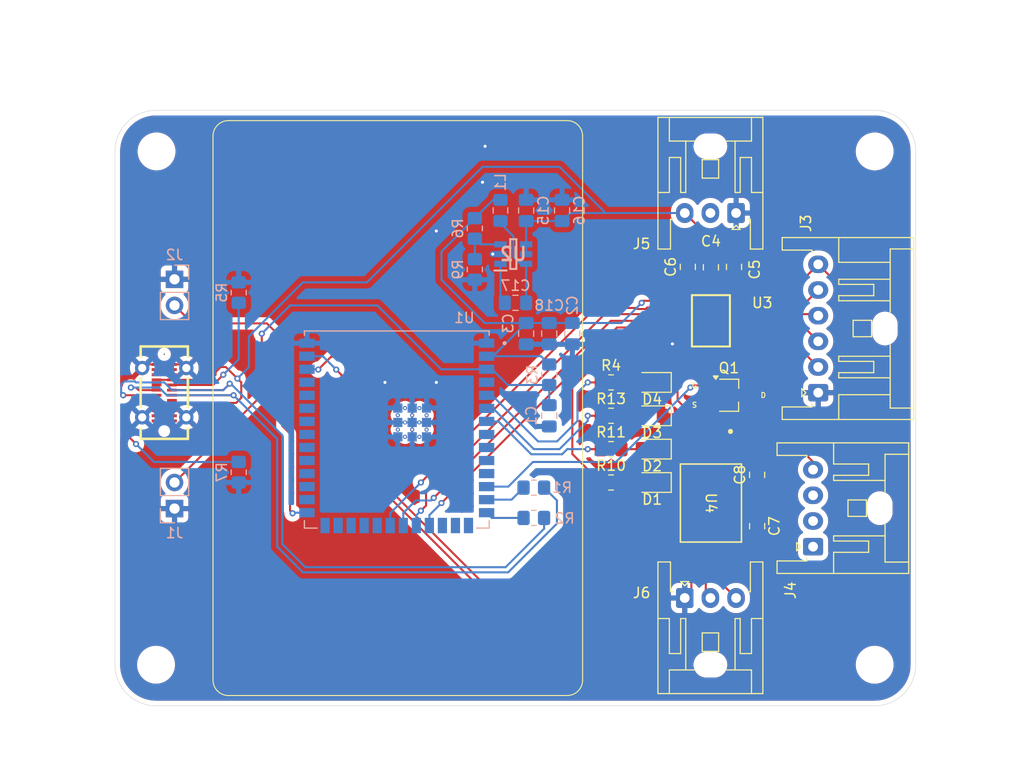
<source format=kicad_pcb>
(kicad_pcb (version 20241229) (generator "pcbnew") (generator_version "9.0")
  (layers (0 "F.Cu" signal) (2 "B.Cu" signal) (13 "F.Paste" user) (15 "B.Paste" user) (5 "F.SilkS" user "F.Silkscreen") (7 "B.SilkS" user "B.Silkscreen") (1 "F.Mask" user) (3 "B.Mask" user) (25 "Edge.Cuts" user))
  (net 0 "")
  (net 1 "Main_Reset")
  (net 2 "GND")
  (net 3 "+3V3")
  (net 4 "+5V")
  (net 5 "Net-(U2-CB)")
  (net 6 "Net-(U2-SW)")
  (net 7 "Net-(D1-A)")
  (net 8 "Net-(D2-A)")
  (net 9 "Net-(D3-A)")
  (net 10 "Net-(D4-A)")
  (net 11 "Net-(J2-Pin_2)")
  (net 12 "E_CS")
  (net 13 "E_MISO")
  (net 14 "E_MOSI")
  (net 15 "E_SCLK")
  (net 16 "NEUTRAL")
  (net 17 "SHIFT_DOWN")
  (net 18 "ECU")
  (net 19 "SHIFT_UP")
  (net 20 "PWM")
  (net 21 "CANL")
  (net 22 "CANH")
  (net 23 "FLATSHIFT")
  (net 24 "USBD-")
  (net 25 "Net-(U1-IO19)")
  (net 26 "USBD+")
  (net 27 "Net-(U1-IO20)")
  (net 28 "NEUTRAL_LED")
  (net 29 "Net-(U2-FB)")
  (net 30 "UP_LED")
  (net 31 "DOWN_LED")
  (net 32 "Net-(USB-C1-CC2)")
  (net 33 "Net-(USB-C1-CC1)")
  (net 42 "MOSI")
  (net 44 "TX")
  (net 45 "CAND")
  (net 47 "MISO")
  (net 50 "RX")
  (net 51 "SCLK")
  (net 56 "CANR")
  (net 57 "CS")
  (footprint "LED_SMD:LED_0805_2012Metric_Pad1.15x1.40mm_HandSolder" (layer "F.Cu") (at 112.275 117.25 180)
    (property "Reference" "D3")
    (property "Value" "BLUE LED")
  )
  (footprint "Resistor_SMD:R_0805_2012Metric_Pad1.20x1.40mm_HandSolder" (layer "F.Cu") (at 108.275 123.75)
    (property "Reference" "R10")
    (property "Value" "270R")
  )
  (footprint "CustomFootprints:ESC" (layer "F.Cu") (at 87.5 116.5 90)
    (property "Reference" "REF**" (hide yes))
    (property "Value" "ESC" (hide yes))
  )
  (footprint "Connector_JST:JST_XA_S06B-XASK-1_1x06_P2.50mm_Horizontal" (layer "F.Cu") (at 128.45 115 90)
    (property "Reference" "J3")
    (property "Value" "S06B-XASK-1")
  )
  (footprint "Connector_JST:JST_XA_S03B-XASK-1_1x03_P2.50mm_Horizontal" (layer "F.Cu") (at 120.45 97.5 180)
    (property "Reference" "J5")
    (property "Value" "S03B-XASK-1")
  )
  (footprint "CustomFootprints:USB-C" (layer "F.Cu") (at 64.75 115 90)
    (property "Reference" "USB-C1" (hide yes))
    (property "Value" "~" (hide yes))
  )
  (footprint "Resistor_SMD:R_0805_2012Metric_Pad1.20x1.40mm_HandSolder" (layer "F.Cu") (at 108.275 120.5)
    (property "Reference" "R11")
    (property "Value" "220R")
  )
  (footprint "Capacitor_SMD:C_0805_2012Metric_Pad1.18x1.45mm_HandSolder" (layer "F.Cu") (at 122.5 128 -90)
    (property "Reference" "C7")
    (property "Value" "0.1u")
  )
  (footprint "Connector_JST:JST_XA_S03B-XASK-1_1x03_P2.50mm_Horizontal" (layer "F.Cu") (at 115.45 135)
    (property "Reference" "J6")
    (property "Value" "S03B-XASK-1")
  )
  (footprint "LED_SMD:LED_0805_2012Metric_Pad1.15x1.40mm_HandSolder" (layer "F.Cu") (at 112.275 123.75 180)
    (property "Reference" "D1")
    (property "Value" "RED LED")
  )
  (footprint "Custom_MSM:Board_Small_Outer-Mounting" (layer "F.Cu") (at 98.95 116.5)
    (property "Reference" "REF**" (hide yes))
    (property "Value" "Board_Small_Outer-Mounting" (hide yes))
    (fp_line (start -39 25) (end -39 -25) (stroke (width 0.05)) (layer "Edge.Cuts"))
    (fp_line (start -35 -29) (end 35 -29) (stroke (width 0.05)) (layer "Edge.Cuts"))
    (fp_line (start 35 29) (end -35 29) (stroke (width 0.05)) (layer "Edge.Cuts"))
    (fp_line (start 39 -25) (end 39 25) (stroke (width 0.05)) (layer "Edge.Cuts"))
    (fp_arc (start -39 -25) (mid -37.828427 -27.828427) (end -35 -29) (stroke (width 0.05)) (layer "Edge.Cuts"))
    (fp_arc (start -35 29) (mid -37.828427 27.828427) (end -39 25) (stroke (width 0.05)) (layer "Edge.Cuts"))
    (fp_arc (start 35 -29) (mid 37.828427 -27.828427) (end 39 -25) (stroke (width 0.05)) (layer "Edge.Cuts"))
    (fp_arc (start 39 25) (mid 37.828427 27.828427) (end 35 29) (stroke (width 0.05)) (layer "Edge.Cuts"))
  )
  (footprint "LED_SMD:LED_0805_2012Metric_Pad1.15x1.40mm_HandSolder" (layer "F.Cu") (at 112.275 120.5 180)
    (property "Reference" "D2")
    (property "Value" "GREEN LED")
  )
  (footprint "CustomFootprints:DWV0008A-MFG" (layer "F.Cu") (at 118 125.75 -90)
    (property "Reference" "U4")
    (property "Value" "ISO1042BQDWVQ1" (hide yes))
  )
  (footprint "Resistor_SMD:R_0805_2012Metric_Pad1.20x1.40mm_HandSolder" (layer "F.Cu") (at 108.275 117.25)
    (property "Reference" "R13")
    (property "Value" "100R")
  )
  (footprint "Connector_JST:JST_XA_S04B-XASK-1_1x04_P2.50mm_Horizontal" (layer "F.Cu") (at 127.95 130 90)
    (property "Reference" "J4")
    (property "Value" "SO4B-XASK-1")
  )
  (footprint "Resistor_SMD:R_0805_2012Metric_Pad1.20x1.40mm_HandSolder" (layer "F.Cu") (at 108.275 114)
    (property "Reference" "R4")
    (property "Value" "270R")
  )
  (footprint "Capacitor_SMD:C_0805_2012Metric_Pad1.18x1.45mm_HandSolder" (layer "F.Cu") (at 122.5 123 90)
    (property "Reference" "C8")
    (property "Value" "0.1u")
  )
  (footprint "Capacitor_SMD:C_0805_2012Metric_Pad1.18x1.45mm_HandSolder" (layer "F.Cu") (at 118 102.7875 90)
    (property "Reference" "C4")
    (property "Value" "0.1u")
  )
  (footprint "CustomFootprints:SOP65P640X110-14N" (layer "F.Cu") (at 118 108)
    (property "Reference" "U3")
    (property "Value" "MAX3390EEUD_T")
  )
  (footprint "LED_SMD:LED_0805_2012Metric_Pad1.15x1.40mm_HandSolder" (layer "F.Cu") (at 112.275 114 180)
    (property "Reference" "D4")
    (property "Value" "RED LED")
  )
  (footprint "Capacitor_SMD:C_0805_2012Metric_Pad1.18x1.45mm_HandSolder" (layer "F.Cu") (at 115.75 102.75 90)
    (property "Reference" "C6")
    (property "Value" "0.1u")
  )
  (footprint "Capacitor_SMD:C_0805_2012Metric_Pad1.18x1.45mm_HandSolder" (layer "F.Cu") (at 120.25 102.75 90)
    (property "Reference" "C5")
    (property "Value" "1u")
  )
  (footprint "Custom_MSM:MOSFET_Single_SOT-23" (layer "F.Cu") (at 119.75 115.25)
    (property "Reference" "Q1")
    (property "Value" "BSS205N")
  )
  (footprint "Resistor_SMD:R_0805_2012Metric_Pad1.20x1.40mm_HandSolder" (layer "B.Cu") (at 72 122.75 -90)
    (property "Reference" "R7")
    (property "Value" "5k1")
  )
  (footprint "Connector_PinHeader_2.54mm:PinHeader_1x02_P2.54mm_Vertical" (layer "B.Cu") (at 65.75 103.96 180)
    (property "Reference" "J2")
    (property "Value" "BSEL")
  )
  (footprint "Resistor_SMD:R_0805_2012Metric_Pad1.20x1.40mm_HandSolder" (layer "B.Cu") (at 72 105.25 -90)
    (property "Reference" "R5")
    (property "Value" "5k1")
  )
  (footprint "Capacitor_SMD:C_0805_2012Metric_Pad1.18x1.45mm_HandSolder" (layer "B.Cu") (at 100 97.25 90)
    (property "Reference" "C15")
    (property "Value" "2.2u")
  )
  (footprint "CustomFootprints:SOT95P280X145-6N" (layer "B.Cu") (at 98.75 101.5)
    (property "Reference" "U2")
    (property "Value" "LMR50410Y3FQDBVRQ1" (hide yes))
  )
  (footprint "Capacitor_SMD:C_0805_2012Metric_Pad1.18x1.45mm_HandSolder" (layer "B.Cu") (at 102.25 117.25 90)
    (property "Reference" "C1")
    (property "Value" "1u")
  )
  (footprint "Capacitor_SMD:C_0805_2012Metric_Pad1.18x1.45mm_HandSolder" (layer "B.Cu") (at 103.5 97.25 90)
    (property "Reference" "C16")
    (property "Value" "100n")
  )
  (footprint "Inductor_SMD:L_0805_2012Metric_Pad1.15x1.40mm_HandSolder" (layer "B.Cu") (at 97.5 97.25 90)
    (property "Reference" "L1")
    (property "Value" "2.2u")
  )
  (footprint "Resistor_SMD:R_0805_2012Metric_Pad1.20x1.40mm_HandSolder" (layer "B.Cu") (at 100.75 127.2)
    (property "Reference" "R2")
    (property "Value" "27")
  )
  (footprint "Capacitor_SMD:C_0805_2012Metric_Pad1.18x1.45mm_HandSolder" (layer "B.Cu") (at 102.25 109.25 -90)
    (property "Reference" "C18")
    (property "Value" "10u")
  )
  (footprint "Resistor_SMD:R_0805_2012Metric_Pad1.20x1.40mm_HandSolder" (layer "B.Cu") (at 95 103 -90)
    (property "Reference" "R9")
    (property "Value" "22.1k")
  )
  (footprint "Resistor_SMD:R_0805_2012Metric_Pad1.20x1.40mm_HandSolder" (layer "B.Cu") (at 102.25 113.25 -90)
    (property "Reference" "R3")
    (property "Value" "10k")
  )
  (footprint "Resistor_SMD:R_0805_2012Metric_Pad1.20x1.40mm_HandSolder" (layer "B.Cu") (at 100.75 124.25)
    (property "Reference" "R1")
    (property "Value" "27")
  )
  (footprint "Resistor_SMD:R_0805_2012Metric_Pad1.20x1.40mm_HandSolder" (layer "B.Cu") (at 95 99 -90)
    (property "Reference" "R6")
    (property "Value" "51k")
  )
  (footprint "Capacitor_SMD:C_0805_2012Metric_Pad1.18x1.45mm_HandSolder" (layer "B.Cu") (at 104.5 109.25 90)
    (property "Reference" "C2")
    (property "Value" "22u")
  )
  (footprint "Connector_PinHeader_2.54mm:PinHeader_1x02_P2.54mm_Vertical" (layer "B.Cu") (at 65.75 126.29)
    (property "Reference" "J1")
    (property "Value" "RST")
  )
  (footprint "Capacitor_SMD:C_0805_2012Metric_Pad1.18x1.45mm_HandSolder" (layer "B.Cu") (at 100 109.25 90)
    (property "Reference" "C3")
    (property "Value" "0.1u")
  )
  (footprint "Capacitor_SMD:C_0805_2012Metric_Pad1.18x1.45mm_HandSolder" (layer "B.Cu") (at 98.9625 106.25 180)
    (property "Reference" "C17")
    (property "Value" "100n")
  )
  (footprint "CustomFootprints:XCVR_ESP32-S3-WROOM-1U-N4R2" (layer "B.Cu") (at 87.4 118.59 180)
    (property "Reference" "U1")
    (property "Value" "ESP32-S3-WROOM-1U-N4R2")
  )
  (segment (start 74.25 109.25) (end 74.25 115.25) (width 0.2) (layer "F.Cu") (net 1))
  (segment (start 74.25 115.25) (end 65.75 123.75) (width 0.2) (layer "F.Cu") (net 1))
  (via (at 74.25 109.25) (size 0.6) (drill 0.3) (layers "F.Cu" "B.Cu") (net 1))
  (segment (start 77 106.5) (end 74.25 109.25) (width 0.2) (layer "B.Cu") (net 1))
  (segment (start 98.212 114.25) (end 102.25 114.25) (width 0.2) (layer "B.Cu") (net 1))
  (segment (start 96.682 112.72) (end 98.212 114.25) (width 0.2) (layer "B.Cu") (net 1))
  (segment (start 102.25 116.2125) (end 102.25 114.25) (width 0.2) (layer "B.Cu") (net 1))
  (segment (start 96.15 112.72) (end 91.72 112.72) (width 0.2) (layer "B.Cu") (net 1))
  (segment (start 85.5 106.5) (end 77 106.5) (width 0.2) (layer "B.Cu") (net 1))
  (segment (start 96.15 112.72) (end 96.682 112.72) (width 0.2) (layer "B.Cu") (net 1))
  (segment (start 91.72 112.72) (end 85.5 106.5) (width 0.2) (layer "B.Cu") (net 1))
  (segment (start 116.095 131.199999) (end 116.095 134.355) (width 0.2) (layer "F.Cu") (net 2))
  (segment (start 62.95 112.25) (end 62.6 112.6) (width 0.2) (layer "F.Cu") (net 2))
  (segment (start 65.5 112.25) (end 66.55 112.25) (width 0.2) (layer "F.Cu") (net 2))
  (segment (start 66.55 112.25) (end 66.9 112.6) (width 0.2) (layer "F.Cu") (net 2))
  (segment (start 116.095 134.355) (end 115.45 135) (width 0.2) (layer "F.Cu") (net 2))
  (segment (start 64 112.25) (end 62.95 112.25) (width 0.2) (layer "F.Cu") (net 2))
  (segment (start 65.5 112.25) (end 64 112.25) (width 0.2) (layer "F.Cu") (net 2))
  (via (at 96.75 101.5) (size 0.6) (drill 0.3) (layers "F.Cu" "B.Cu") (net 2))
  (via (at 91.25 99.25) (size 0.6) (drill 0.3) (layers "F.Cu" "B.Cu") (net 2))
  (via (at 96 91) (size 0.6) (drill 0.3) (layers "F.Cu" "B.Cu") (net 2))
  (via (at 91.25 114) (size 0.6) (drill 0.3) (layers "F.Cu" "B.Cu") (net 2))
  (via (at 114.25 110.25) (size 0.6) (drill 0.3) (layers "F.Cu" "B.Cu") (net 2))
  (via (at 86.25 114) (size 0.6) (drill 0.3) (layers "F.Cu" "B.Cu") (net 2))
  (via (at 95.75 94.5) (size 0.6) (drill 0.3) (layers "F.Cu" "B.Cu") (net 2))
  (segment (start 88.9 116.5) (end 88.9 119.3) (width 0.2) (layer "B.Cu") (net 2))
  (segment (start 90.3 117.9) (end 87.5 117.9) (width 0.2) (layer "B.Cu") (net 2))
  (segment (start 119.905 119.700001) (end 118.204999 118) (width 0.2) (layer "F.Cu") (net 3))
  (segment (start 117 118) (end 114.75 115.75) (width 0.2) (layer "F.Cu") (net 3))
  (segment (start 122.5 121.9625) (end 121.567499 121.9625) (width 0.2) (layer "F.Cu") (net 3))
  (segment (start 116.25 111.25) (end 119.6 111.25) (width 0.2) (layer "F.Cu") (net 3))
  (segment (start 118.204999 118) (end 117 118) (width 0.2) (layer "F.Cu") (net 3))
  (segment (start 104.5 114.5) (end 107.75 111.25) (width 0.2) (layer "F.Cu") (net 3))
  (segment (start 107.75 111.25) (end 116.25 111.25) (width 0.2) (layer "F.Cu") (net 3))
  (segment (start 111.45 106.05) (end 111.25 106.25) (width 0.2) (layer "F.Cu") (net 3))
  (segment (start 107.275 123.75) (end 104.5 120.975) (width 0.2) (layer "F.Cu") (net 3))
  (segment (start 121.567499 121.9625) (end 119.905 120.300001) (width 0.2) (layer "F.Cu") (net 3))
  (segment (start 115.1 106.05) (end 111.45 106.05) (width 0.2) (layer "F.Cu") (net 3))
  (segment (start 115.75 105.4) (end 115.1 106.05) (width 0.2) (layer "F.Cu") (net 3))
  (segment (start 115.75 105.702) (end 119.998 109.95) (width 0.2) (layer "F.Cu") (net 3))
  (segment (start 104.5 120.975) (end 104.5 114.5) (width 0.2) (layer "F.Cu") (net 3))
  (segment (start 115.75 105.4) (end 115.75 105.702) (width 0.2) (layer "F.Cu") (net 3))
  (segment (start 114.75 112.75) (end 116.25 111.25) (width 0.2) (layer "F.Cu") (net 3))
  (segment (start 119.905 120.300001) (end 119.905 119.700001) (width 0.2) (layer "F.Cu") (net 3))
  (segment (start 119.6 111.25) (end 120.9 109.95) (width 0.2) (layer "F.Cu") (net 3))
  (segment (start 119.998 109.95) (end 120.9 109.95) (width 0.2) (layer "F.Cu") (net 3))
  (segment (start 115.75 103.7875) (end 115.75 105.4) (width 0.2) (layer "F.Cu") (net 3))
  (segment (start 114.75 115.75) (end 114.75 112.75) (width 0.2) (layer "F.Cu") (net 3))
  (via (at 111.25 106.25) (size 0.6) (drill 0.3) (layers "F.Cu" "B.Cu") (net 3))
  (segment (start 96.7625 111.45) (end 100 108.2125) (width 0.2) (layer "B.Cu") (net 3))
  (segment (start 96.775 96.225) (end 95 98) (width 0.2) (layer "B.Cu") (net 3))
  (segment (start 104.5 108.2125) (end 109.2875 108.2125) (width 0.2) (layer "B.Cu") (net 3))
  (segment (start 96.15 111.45) (end 96.7625 111.45) (width 0.2) (layer "B.Cu") (net 3))
  (segment (start 95 98) (end 91.75 101.25) (width 0.2) (layer "B.Cu") (net 3))
  (segment (start 97.5 96.225) (end 96.775 96.225) (width 0.2) (layer "B.Cu") (net 3))
  (segment (start 102.25 112.25) (end 101.45 111.45) (width 0.2) (layer "B.Cu") (net 3))
  (segment (start 91.75 104) (end 95.9625 108.2125) (width 0.2) (layer "B.Cu") (net 3))
  (segment (start 95.9625 108.2125) (end 104.5 108.2125) (width 0.2) (layer "B.Cu") (net 3))
  (segment (start 91.75 101.25) (end 91.75 104) (width 0.2) (layer "B.Cu") (net 3))
  (segment (start 109.2875 108.2125) (end 111.25 106.25) (width 0.2) (layer "B.Cu") (net 3))
  (segment (start 101.45 111.45) (end 96.15 111.45) (width 0.2) (layer "B.Cu") (net 3))
  (segment (start 72.25 115.5) (end 71.75 116) (width 0.2) (layer "F.Cu") (net 4))
  (segment (start 71.875 113.625) (end 72.25 114) (width 0.2) (layer "F.Cu") (net 4))
  (segment (start 69.75 113) (end 70.25 112.5) (width 0.2) (layer "F.Cu") (net 4))
  (segment (start 69.25 113.75) (end 69.75 113.25) (width 0.2) (layer "F.Cu") (net 4))
  (segment (start 64 116.25) (end 65.5 116.25) (width 0.2) (layer "F.Cu") (net 4))
  (segment (start 118 103.825) (end 120.2125 103.825) (width 0.2) (layer "F.Cu") (net 4))
  (segment (start 129.25 131.75) (end 131.25 129.75) (width 0.2) (layer "F.Cu") (net 4))
  (segment (start 72.25 114) (end 72.25 115.5) (width 0.2) (layer "F.Cu") (net 4))
  (segment (start 64 113.75) (end 65.5 113.75) (width 0.2) (layer "F.Cu") (net 4))
  (segment (start 125.2125 131.75) (end 129.25 131.75) (width 0.2) (layer "F.Cu") (net 4))
  (segment (start 131.25 105.3) (end 128.45 102.5) (width 0.2) (layer "F.Cu") (net 4))
  (segment (start 120.9625 100) (end 117.95 100) (width 0.2) (layer "F.Cu") (net 4))
  (segment (start 70.25 112.5) (end 70.75 112.5) (width 0.2) (layer "F.Cu") (net 4))
  (segment (start 120.25 105.4) (end 120.9 106.05) (width 0.2) (layer "F.Cu") (net 4))
  (segment (start 131.25 129.75) (end 131.25 105.3) (width 0.2) (layer "F.Cu") (net 4))
  (segment (start 122.5 129.0375) (end 125.2125 131.75) (width 0.2) (layer "F.Cu") (net 4))
  (segment (start 120.25 103.7875) (end 124.75 103.7875) (width 0.2) (layer "F.Cu") (net 4))
  (segment (start 124.75 103.7875) (end 127.1625 103.7875) (width 0.2) (layer "F.Cu") (net 4))
  (segment (start 71.75 116) (end 66.5 116) (width 0.2) (layer "F.Cu") (net 4))
  (segment (start 66.5 116) (end 66.25 116.25) (width 0.2) (layer "F.Cu") (net 4))
  (segment (start 119.905 131.199999) (end 120.337501 131.199999) (width 0.2) (layer "F.Cu") (net 4))
  (segment (start 124.75 103.7875) (end 120.9625 100) (width 0.2) (layer "F.Cu") (net 4))
  (segment (start 127.1625 103.7875) (end 128.45 102.5) (width 0.2) (layer "F.Cu") (net 4))
  (segment (start 117.95 100) (end 115.45 97.5) (width 0.2) (layer "F.Cu") (net 4))
  (segment (start 65.5 113.75) (end 69.25 113.75) (width 0.2) (layer "F.Cu") (net 4))
  (segment (start 66.25 116.25) (end 65.5 116.25) (width 0.2) (layer "F.Cu") (net 4))
  (segment (start 120.337501 131.199999) (end 122.5 129.0375) (width 0.2) (layer "F.Cu") (net 4))
  (segment (start 69.75 113.25) (end 69.75 113) (width 0.2) (layer "F.Cu") (net 4))
  (segment (start 120.25 103.7875) (end 120.0375 103.7875) (width 0.2) (layer "F.Cu") (net 4))
  (segment (start 120.25 103.7875) (end 120.25 105.4) (width 0.2) (layer "F.Cu") (net 4))
  (segment (start 70.75 112.5) (end 71.875 113.625) (width 0.2) (layer "F.Cu") (net 4))
  (segment (start 120.2125 103.825) (end 120.25 103.7875) (width 0.2) (layer "F.Cu") (net 4))
  (via (at 71.875 113.625) (size 0.6) (drill 0.3) (layers "F.Cu" "B.Cu") (net 4))
  (segment (start 95.75 93) (end 103.25 93) (width 0.2) (layer "B.Cu") (net 4))
  (segment (start 73 109.5) (end 78.25 104.25) (width 0.2) (layer "B.Cu") (net 4))
  (segment (start 104.2875 97.5) (end 103.5 98.2875) (width 0.2) (layer "B.Cu") (net 4))
  (segment (start 84.5 104.25) (end 95.75 93) (width 0.2) (layer "B.Cu") (net 4))
  (segment (start 107.75 97.5) (end 104.2875 97.5) (width 0.2) (layer "B.Cu") (net 4))
  (segment (start 103.25 93) (end 107.75 97.5) (width 0.2) (layer "B.Cu") (net 4))
  (segment (start 71.875 113.625) (end 73 112.5) (width 0.2) (layer "B.Cu") (net 4))
  (segment (start 115.45 97.5) (end 107.75 97.5) (width 0.2) (layer "B.Cu") (net 4))
  (segment (start 78.25 104.25) (end 84.5 104.25) (width 0.2) (layer "B.Cu") (net 4))
  (segment (start 73 112.5) (end 73 109.5) (width 0.2) (layer "B.Cu") (net 4))
  (segment (start 100 98.2875) (end 103.5 98.2875) (width 0.2) (layer "B.Cu") (net 4))
  (segment (start 100 98.2875) (end 100 101.5) (width 0.2) (layer "B.Cu") (net 4))
  (segment (start 97.5 105.825) (end 97.925 106.25) (width 0.2) (layer "B.Cu") (net 5))
  (segment (start 97.5 102.45) (end 97.5 105.825) (width 0.2) (layer "B.Cu") (net 5))
  (segment (start 99.45 102.45) (end 98.75 101.75) (width 0.2) (layer "B.Cu") (net 6))
  (segment (start 98.75 101.75) (end 98.75 99.75) (width 0.2) (layer "B.Cu") (net 6))
  (segment (start 100 102.45) (end 100 106.25) (width 0.2) (layer "B.Cu") (net 6))
  (segment (start 98.75 99.75) (end 97.75 98.75) (width 0.2) (layer "B.Cu") (net 6))
  (segment (start 97.5 98.275) (end 97.5 98.75) (width 0.2) (layer "B.Cu") (net 6))
  (segment (start 97.75 98.75) (end 97.5 98.75) (width 0.2) (layer "B.Cu") (net 6))
  (segment (start 100.025 102.475) (end 100 102.45) (width 0.2) (layer "B.Cu") (net 6))
  (segment (start 100 102.45) (end 99.45 102.45) (width 0.2) (layer "B.Cu") (net 6))
  (segment (start 109.275 123.75) (end 111.25 123.75) (width 0.2) (layer "F.Cu") (net 7))
  (segment (start 109.275 120.5) (end 111.25 120.5) (width 0.2) (layer "F.Cu") (net 8))
  (segment (start 109.275 117.25) (end 111.25 117.25) (width 0.2) (layer "F.Cu") (net 9))
  (segment (start 109.275 114) (end 111.25 114) (width 0.2) (layer "F.Cu") (net 10))
  (segment (start 67.5 108.25) (end 74.75 108.25) (width 0.2) (layer "F.Cu") (net 11))
  (segment (start 76.25 118.25) (end 77 119) (width 0.2) (layer "F.Cu") (net 11))
  (segment (start 77 119) (end 77 126.5) (width 0.2) (layer "F.Cu") (net 11))
  (segment (start 77 126.5) (end 77.25 126.75) (width 0.2) (layer "F.Cu") (net 11))
  (segment (start 65.75 106.5) (end 67.5 108.25) (width 0.2) (layer "F.Cu") (net 11))
  (segment (start 76.25 109.75) (end 76.25 118.25) (width 0.2) (layer "F.Cu") (net 11))
  (segment (start 74.75 108.25) (end 76.25 109.75) (width 0.2) (layer "F.Cu") (net 11))
  (via (at 77.25 126.75) (size 0.6) (drill 0.3) (layers "F.Cu" "B.Cu") (net 11))
  (segment (start 78.65 126.69) (end 77.31 126.69) (width 0.2) (layer "B.Cu") (net 11))
  (segment (start 77.31 126.69) (end 77.25 126.75) (width 0.2) (layer "B.Cu") (net 11))
  (segment (start 120.9 108.65) (end 124.6 108.65) (width 0.2) (layer "F.Cu") (net 12))
  (segment (start 124.6 108.65) (end 128.45 112.5) (width 0.2) (layer "F.Cu") (net 12))
  (segment (start 128.45 105) (end 126.75 106.7) (width 0.2) (layer "F.Cu") (net 13))
  (segment (start 126.75 106.7) (end 120.9 106.7) (width 0.2) (layer "F.Cu") (net 13))
  (segment (start 120.9 107.35) (end 128.3 107.35) (width 0.2) (layer "F.Cu") (net 14))
  (segment (start 128.3 107.35) (end 128.45 107.5) (width 0.2) (layer "F.Cu") (net 14))
  (segment (start 128.45 107.5) (end 128.75 107.5) (width 0.2) (layer "F.Cu") (net 14))
  (segment (start 128.45 110) (end 126.45 108) (width 0.2) (layer "F.Cu") (net 15))
  (segment (start 126.45 108) (end 120.9 108) (width 0.2) (layer "F.Cu") (net 15))
  (segment (start 127.95 121.74) (end 127.95 122.5) (width 0.2) (layer "F.Cu") (net 18))
  (segment (start 121.46 115.25) (end 127.95 121.74) (width 0.2) (layer "F.Cu") (net 18))
  (segment (start 117.95 135) (end 117.5 134.55) (width 0.2) (layer "F.Cu") (net 21))
  (segment (start 117.5 134.55) (end 117.5 131.334999) (width 0.2) (layer "F.Cu") (net 21))
  (segment (start 117.5 131.334999) (end 117.365 131.199999) (width 0.2) (layer "F.Cu") (net 21))
  (segment (start 118.635 131.199999) (end 118.635 133.185) (width 0.2) (layer "F.Cu") (net 22))
  (segment (start 118.635 133.185) (end 120.45 135) (width 0.2) (layer "F.Cu") (net 22))
  (segment (start 116.2 114.3) (end 116 114.5) (width 0.2) (layer "F.Cu") (net 23))
  (segment (start 118.04 114.3) (end 116.2 114.3) (width 0.2) (layer "F.Cu") (net 23))
  (via (at 116 114.5) (size 0.6) (drill 0.3) (layers "F.Cu" "B.Cu") (net 23))
  (segment (start 100.66384 121.75) (end 104.75 121.75) (width 0.2) (layer "B.Cu") (net 23))
  (segment (start 108.75 121.75) (end 116 114.5) (width 0.2) (layer "B.Cu") (net 23))
  (segment (start 96.15 124.15) (end 98.26384 124.15) (width 0.2) (layer "B.Cu") (net 23))
  (segment (start 98.26384 124.15) (end 100.66384 121.75) (width 0.2) (layer "B.Cu") (net 23))
  (segment (start 104.75 121.75) (end 108.75 121.75) (width 0.2) (layer "B.Cu") (net 23))
  (segment (start 65.5 115.25) (end 69.5 115.25) (width 0.2) (layer "F.Cu") (net 24))
  (segment (start 69.5 115.25) (end 71.5 115.25) (width 0.2) (layer "F.Cu") (net 24))
  (segment (start 62 114.5) (end 62.25 114.75) (width 0.2) (layer "F.Cu") (net 24))
  (segment (start 61.5 114.5) (end 62 114.5) (width 0.2) (layer "F.Cu") (net 24))
  (segment (start 62.25 114.75) (end 64 114.75) (width 0.2) (layer "F.Cu") (net 24))
  (via (at 71.5 115.25) (size 0.6) (drill 0.3) (layers "F.Cu" "B.Cu") (net 24))
  (via (at 61.5 114.5) (size 0.6) (drill 0.3) (layers "F.Cu" "B.Cu") (net 24))
  (segment (start 103 127.75) (end 103 125.5) (width 0.2) (layer "B.Cu") (net 24))
  (segment (start 103 125.5) (end 101.75 124.25) (width 0.2) (layer "B.Cu") (net 24))
  (segment (start 75.75 130) (end 78.25 132.5) (width 0.2) (layer "B.Cu") (net 24))
  (segment (start 64.25 114.5) (end 65 115.25) (width 0.2) (layer "B.Cu") (net 24))
  (segment (start 75.75 119.5) (end 75.75 130) (width 0.2) (layer "B.Cu") (net 24))
  (segment (start 71.5 115.25) (end 75.75 119.5) (width 0.2) (layer "B.Cu") (net 24))
  (segment (start 65 115.25) (end 71.5 115.25) (width 0.2) (layer "B.Cu") (net 24))
  (segment (start 78.25 132.5) (end 98.25 132.5) (width 0.2) (layer "B.Cu") (net 24))
  (segment (start 98.25 132.5) (end 103 127.75) (width 0.2) (layer "B.Cu") (net 24))
  (segment (start 61.5 114.5) (end 64.25 114.5) (width 0.2) (layer "B.Cu") (net 24))
  (segment (start 98.58 125.42) (end 96.15 125.42) (width 0.2) (layer "B.Cu") (net 25))
  (segment (start 99.75 124.25) (end 98.58 125.42) (width 0.2) (layer "B.Cu") (net 25))
  (segment (start 71.125 114.125) (end 71.25 114) (width 0.2) (layer "F.Cu") (net 26))
  (segment (start 69.5 114.75) (end 70.5 114.75) (width 0.2) (layer "F.Cu") (net 26))
  (segment (start 60.75 115.25) (end 64 115.25) (width 0.2) (layer "F.Cu") (net 26))
  (segment (start 65.5 114.75) (end 69.5 114.75) (width 0.2) (layer "F.Cu") (net 26))
  (segment (start 70.5 114.75) (end 71.125 114.125) (width 0.2) (layer "F.Cu") (net 26))
  (via (at 60.75 115.25) (size 0.6) (drill 0.3) (layers "F.Cu" "B.Cu") (net 26))
  (via (at 71.125 114.125) (size 0.6) (drill 0.3) (layers "F.Cu" "B.Cu") (net 26))
  (segment (start 60.75 115.25) (end 60.551 115.051) (width 0.2) (layer "B.Cu") (net 26))
  (segment (start 65.5 114.75) (end 70.5 114.75) (width 0.2) (layer "B.Cu") (net 26))
  (segment (start 71.125 114.125) (end 71.224943 114.125) (width 0.2) (layer "B.Cu") (net 26))
  (segment (start 60.551 114.199) (end 60.851 113.899) (width 0.2) (layer "B.Cu") (net 26))
  (segment (start 60.851 113.899) (end 61.899 113.899) (width 0.2) (layer "B.Cu") (net 26))
  (segment (start 64.75 114) (end 65.5 114.75) (width 0.2) (layer "B.Cu") (net 26))
  (segment (start 78.5 132) (end 98 132) (width 0.2) (layer "B.Cu") (net 26))
  (segment (start 61.899 113.899) (end 62 114) (width 0.2) (layer "B.Cu") (net 26))
  (segment (start 98 132) (end 101.75 128.25) (width 0.2) (layer "B.Cu") (net 26))
  (segment (start 60.551 115.051) (end 60.551 114.199) (width 0.2) (layer "B.Cu") (net 26))
  (segment (start 76.25 129.75) (end 78.5 132) (width 0.2) (layer "B.Cu") (net 26))
  (segment (start 70.5 114.75) (end 71.125 114.125) (width 0.2) (layer "B.Cu") (net 26))
  (segment (start 101.75 128.25) (end 101.75 127.2) (width 0.2) (layer "B.Cu") (net 26))
  (segment (start 62 114) (end 64.75 114) (width 0.2) (layer "B.Cu") (net 26))
  (segment (start 71.224943 114.125) (end 76.25 119.150057) (width 0.2) (layer "B.Cu") (net 26))
  (segment (start 76.25 119.150057) (end 76.25 129.75) (width 0.2) (layer "B.Cu") (net 26))
  (segment (start 99.75 127.2) (end 96.66 127.2) (width 0.2) (layer "B.Cu") (net 27))
  (segment (start 96.66 127.2) (end 96.15 126.69) (width 0.2) (layer "B.Cu") (net 27))
  (segment (start 107.275 114) (end 106 114) (width 0.2) (layer "F.Cu") (net 28))
  (via (at 106 114) (size 0.6) (drill 0.3) (layers "F.Cu" "B.Cu") (net 28))
  (segment (start 96.682 115.26) (end 96.15 115.26) (width 0.2) (layer "B.Cu") (net 28))
  (segment (start 101.172 119.75) (end 96.682 115.26) (width 0.2) (layer "B.Cu") (net 28))
  (segment (start 105 117.75) (end 103 119.75) (width 0.2) (layer "B.Cu") (net 28))
  (segment (start 103 119.75) (end 101.172 119.75) (width 0.2) (layer "B.Cu") (net 28))
  (segment (start 106 114) (end 105 115) (width 0.2) (layer "B.Cu") (net 28))
  (segment (start 105 115) (end 105 117.75) (width 0.2) (layer "B.Cu") (net 28))
  (segment (start 97.5 100.55) (end 95.55 100.55) (width 0.2) (layer "B.Cu") (net 29))
  (segment (start 95 102) (end 95 100) (width 0.2) (layer "B.Cu") (net 29))
  (segment (start 95.55 100.55) (end 95 100) (width 0.2) (layer "B.Cu") (net 29))
  (segment (start 107.275 120.5) (end 106 120.5) (width 0.2) (layer "F.Cu") (net 30))
  (via (at 106 120.5) (size 0.6) (drill 0.3) (layers "F.Cu" "B.Cu") (net 30))
  (segment (start 97.3 117.8) (end 96.15 117.8) (width 0.2) (layer "B.Cu") (net 30))
  (segment (start 106 120.5) (end 104 120.5) (width 0.2) (layer "B.Cu") (net 30))
  (segment (start 104 120.5) (end 103.5 121) (width 0.2) (layer "B.Cu") (net 30))
  (segment (start 103.5 121) (end 100.5 121) (width 0.2) (layer "B.Cu") (net 30))
  (segment (start 100.5 121) (end 97.3 117.8) (width 0.2) (layer "B.Cu") (net 30))
  (segment (start 107.275 117.25) (end 106 117.25) (width 0.2) (layer "F.Cu") (net 31))
  (via (at 106 117.25) (size 0.6) (drill 0.3) (layers "F.Cu" "B.Cu") (net 31))
  (segment (start 103.25 120.5) (end 100.75 120.5) (width 0.2) (layer "B.Cu") (net 31))
  (segment (start 106 117.25) (end 106 117.75) (width 0.2) (layer "B.Cu") (net 31))
  (segment (start 96.78 116.53) (end 96.15 116.53) (width 0.2) (layer "B.Cu") (net 31))
  (segment (start 100.75 120.5) (end 96.78 116.53) (width 0.2) (layer "B.Cu") (net 31))
  (segment (start 106 117.75) (end 103.25 120.5) (width 0.2) (layer "B.Cu") (net 31))
  (segment (start 69.5 114.25) (end 70.5 113.25) (width 0.2) (layer "F.Cu") (net 32))
  (segment (start 65.5 114.25) (end 69.5 114.25) (width 0.2) (layer "F.Cu") (net 32))
  (via (at 70.5 113.25) (size 0.6) (drill 0.3) (layers "F.Cu" "B.Cu") (net 32))
  (segment (start 72 111.75) (end 72 106.25) (width 0.2) (layer "B.Cu") (net 32))
  (segment (start 70.5 113.25) (end 72 111.75) (width 0.2) (layer "B.Cu") (net 32))
  (segment (start 61.25 118.75) (end 61.25 119.25) (width 0.2) (layer "F.Cu") (net 33))
  (segment (start 64 115.75) (end 62.25 115.75) (width 0.2) (layer "F.Cu") (net 33))
  (segment (start 62.25 115.75) (end 61.25 116.75) (width 0.2) (layer "F.Cu") (net 33))
  (segment (start 61.25 119.25) (end 62 120) (width 0.2) (layer "F.Cu") (net 33))
  (segment (start 61.25 116.75) (end 61.25 118.75) (width 0.2) (layer "F.Cu") (net 33))
  (via (at 62 120) (size 0.6) (drill 0.3) (layers "F.Cu" "B.Cu") (net 33))
  (segment (start 62 120) (end 63.75 121.75) (width 0.2) (layer "B.Cu") (net 33))
  (segment (start 63.75 121.75) (end 72 121.75) (width 0.2) (layer "B.Cu") (net 33))
  (segment (start 89.75 126.5) (end 90.25 126) (width 0.2) (layer "F.Cu") (net 42))
  (segment (start 90.25 124.75) (end 107.65 107.35) (width 0.2) (layer "F.Cu") (net 42))
  (segment (start 90.25 126) (end 90.25 124.75) (width 0.2) (layer "F.Cu") (net 42))
  (segment (start 107.65 107.35) (end 115.1 107.35) (width 0.2) (layer "F.Cu") (net 42))
  (via (at 89.75 126.5) (size 0.6) (drill 0.3) (layers "F.Cu" "B.Cu") (net 42))
  (segment (start 89.305 127.94) (end 89.305 126.945) (width 0.2) (layer "B.Cu") (net 42))
  (segment (start 89.305 126.945) (end 89.75 126.5) (width 0.2) (layer "B.Cu") (net 42))
  (segment (start 118.635 120.300001) (end 118.635 120.900001) (width 0.2) (layer "F.Cu") (net 45))
  (segment (start 96.5 135) (end 82 120.5) (width 0.2) (layer "F.Cu") (net 45))
  (segment (start 104.535001 135) (end 97.75 135) (width 0.2) (layer "F.Cu") (net 45))
  (segment (start 82 113.25) (end 81.5 112.75) (width 0.2) (layer "F.Cu") (net 45))
  (segment (start 97.75 135) (end 96.5 135) (width 0.2) (layer "F.Cu") (net 45))
  (segment (start 118.635 120.900001) (end 104.535001 135) (width 0.2) (layer "F.Cu") (net 45))
  (segment (start 82 120.5) (end 82 113.25) (width 0.2) (layer "F.Cu") (net 45))
  (via (at 81.5 112.75) (size 0.6) (drill 0.3) (layers "F.Cu" "B.Cu") (net 45))
  (segment (start 80.2 111.45) (end 81.5 112.75) (width 0.2) (layer "B.Cu") (net 45))
  (segment (start 78.65 111.45) (end 80.2 111.45) (width 0.2) (layer "B.Cu") (net 45))
  (segment (start 111.8 106.7) (end 115.1 106.7) (width 0.2) (layer "F.Cu") (net 47))
  (segment (start 110.851 106.851) (end 111.649 106.851) (width 0.2) (layer "F.Cu") (net 47))
  (segment (start 110.75 106.75) (end 110.851 106.851) (width 0.2) (layer "F.Cu") (net 47))
  (segment (start 89.75 123.75) (end 106.75 106.75) (width 0.2) (layer "F.Cu") (net 47))
  (segment (start 111.649 106.851) (end 111.8 106.7) (width 0.2) (layer "F.Cu") (net 47))
  (segment (start 106.75 106.75) (end 110.75 106.75) (width 0.2) (layer "F.Cu") (net 47))
  (via (at 89.75 123.75) (size 0.6) (drill 0.3) (layers "F.Cu" "B.Cu") (net 47))
  (segment (start 86.765 126.735) (end 89.75 123.75) (width 0.2) (layer "B.Cu") (net 47))
  (segment (start 86.765 127.94) (end 86.765 126.735) (width 0.2) (layer "B.Cu") (net 47))
  (segment (start 115.1 108) (end 108.25 108) (width 0.2) (layer "F.Cu") (net 51))
  (segment (start 108.25 108) (end 91 125.25) (width 0.2) (layer "F.Cu") (net 51))
  (via (at 91 125.25) (size 0.6) (drill 0.3) (layers "F.Cu" "B.Cu") (net 51))
  (segment (start 88.035 126.715) (end 89.25 125.5) (width 0.2) (layer "B.Cu") (net 51))
  (segment (start 88.035 127.94) (end 88.035 126.715) (width 0.2) (layer "B.Cu") (net 51))
  (segment (start 90.75 125.5) (end 91 125.25) (width 0.2) (layer "B.Cu") (net 51))
  (segment (start 89.25 125.5) (end 90.75 125.5) (width 0.2) (layer "B.Cu") (net 51))
  (segment (start 81 111.5) (end 79.75 112.75) (width 0.2) (layer "F.Cu") (net 56))
  (segment (start 117.365 121.4) (end 104.265 134.5) (width 0.2) (layer "F.Cu") (net 56))
  (segment (start 82.5 112) (end 82 111.5) (width 0.2) (layer "F.Cu") (net 56))
  (segment (start 82 111.5) (end 81 111.5) (width 0.2) (layer "F.Cu") (net 56))
  (segment (start 96.75 134.5) (end 82.5 120.25) (width 0.2) (layer "F.Cu") (net 56))
  (segment (start 117.365 120.300001) (end 117.365 121.4) (width 0.2) (layer "F.Cu") (net 56))
  (segment (start 82.5 120.25) (end 82.5 112) (width 0.2) (layer "F.Cu") (net 56))
  (segment (start 104.265 134.5) (end 96.75 134.5) (width 0.2) (layer "F.Cu") (net 56))
  (via (at 79.75 112.75) (size 0.6) (drill 0.3) (layers "F.Cu" "B.Cu") (net 56))
  (segment (start 79.72 112.72) (end 79.75 112.75) (width 0.2) (layer "B.Cu") (net 56))
  (segment (start 78.65 112.72) (end 79.72 112.72) (width 0.2) (layer "B.Cu") (net 56))
  (segment (start 108.85 108.65) (end 115.1 108.65) (width 0.2) (layer "F.Cu") (net 57))
  (segment (start 91.75 125.75) (end 108.85 108.65) (width 0.2) (layer "F.Cu") (net 57))
  (via (at 91.75 125.75) (size 0.6) (drill 0.3) (layers "F.Cu" "B.Cu") (net 57))
  (segment (start 90.575 126.925) (end 91.75 125.75) (width 0.2) (layer "B.Cu") (net 57))
  (segment (start 90.575 127.94) (end 90.575 126.925) (width 0.2) (layer "B.Cu") (net 57))
  (zone (net 2) (net_name "GND") (layers "F.Cu" "B.Cu") (connect_pads (clearance 0.5)) (min_thickness 0.25) (fill yes (thermal_gap 0.5) (thermal_bridge_width 0.5))
    (polygon (pts (xy 48.75 77) (xy 144.5 76.75) (xy 148.5 152.75) (xy 51.5 147.5) (xy 51.5 147)))
  )
)
</source>
